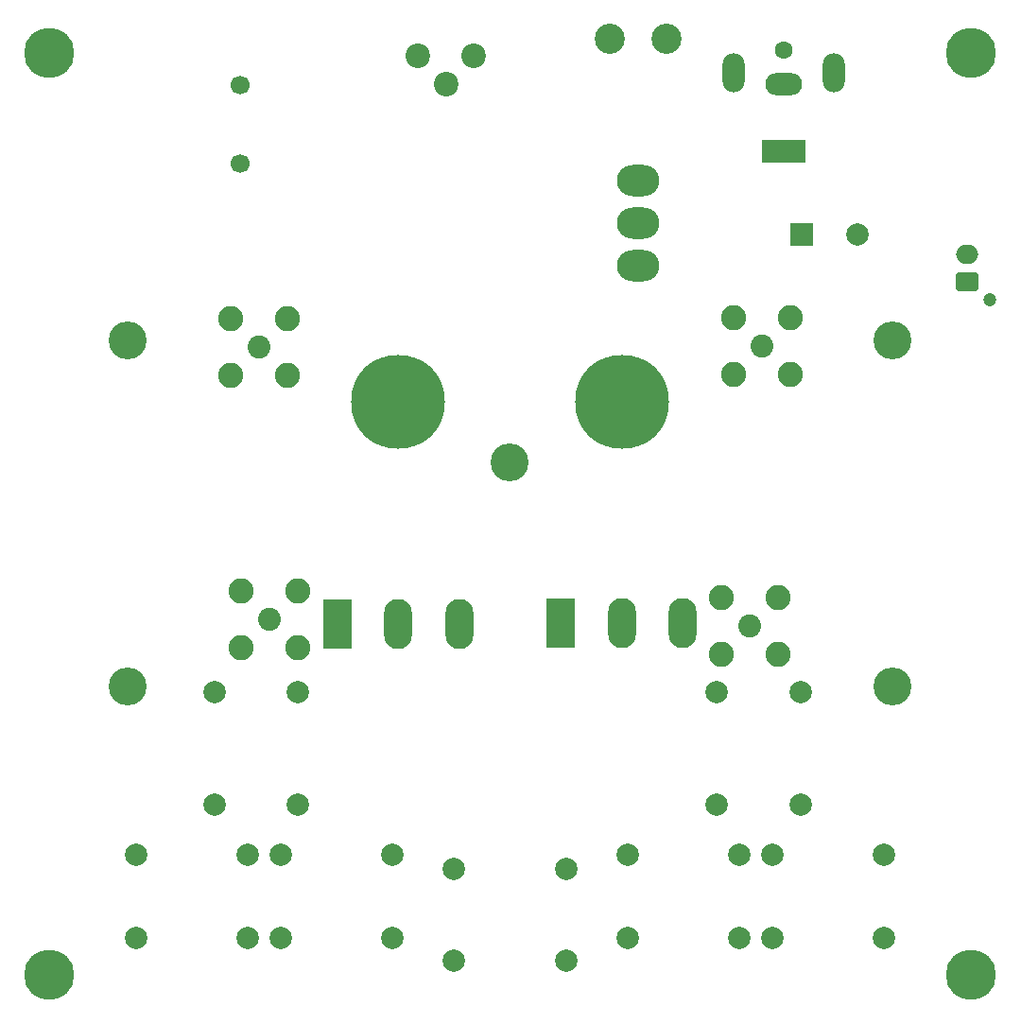
<source format=gbs>
%TF.GenerationSoftware,KiCad,Pcbnew,9.0.0*%
%TF.CreationDate,2025-05-27T01:04:57-04:00*%
%TF.ProjectId,PlasmaTransformer-DualFET,506c6173-6d61-4547-9261-6e73666f726d,rev?*%
%TF.SameCoordinates,Original*%
%TF.FileFunction,Soldermask,Bot*%
%TF.FilePolarity,Negative*%
%FSLAX46Y46*%
G04 Gerber Fmt 4.6, Leading zero omitted, Abs format (unit mm)*
G04 Created by KiCad (PCBNEW 9.0.0) date 2025-05-27 01:04:58*
%MOMM*%
%LPD*%
G01*
G04 APERTURE LIST*
G04 Aperture macros list*
%AMRoundRect*
0 Rectangle with rounded corners*
0 $1 Rounding radius*
0 $2 $3 $4 $5 $6 $7 $8 $9 X,Y pos of 4 corners*
0 Add a 4 corners polygon primitive as box body*
4,1,4,$2,$3,$4,$5,$6,$7,$8,$9,$2,$3,0*
0 Add four circle primitives for the rounded corners*
1,1,$1+$1,$2,$3*
1,1,$1+$1,$4,$5*
1,1,$1+$1,$6,$7*
1,1,$1+$1,$8,$9*
0 Add four rect primitives between the rounded corners*
20,1,$1+$1,$2,$3,$4,$5,0*
20,1,$1+$1,$4,$5,$6,$7,0*
20,1,$1+$1,$6,$7,$8,$9,0*
20,1,$1+$1,$8,$9,$2,$3,0*%
G04 Aperture macros list end*
%ADD10O,2.500000X4.500000*%
%ADD11R,2.500000X4.500000*%
%ADD12C,3.600000*%
%ADD13C,2.050000*%
%ADD14C,2.250000*%
%ADD15R,2.000000X2.000000*%
%ADD16C,2.000000*%
%ADD17C,8.400000*%
%ADD18O,3.800000X2.800000*%
%ADD19C,2.700000*%
%ADD20C,1.600000*%
%ADD21R,4.000000X2.000000*%
%ADD22O,3.300000X2.000000*%
%ADD23O,2.000000X3.500000*%
%ADD24C,4.500000*%
%ADD25C,1.200000*%
%ADD26RoundRect,0.250000X0.750000X-0.600000X0.750000X0.600000X-0.750000X0.600000X-0.750000X-0.600000X0*%
%ADD27O,2.000000X1.700000*%
%ADD28C,1.700000*%
%ADD29C,2.200000*%
%ADD30C,3.400000*%
G04 APERTURE END LIST*
D10*
%TO.C,Q2*%
X95450000Y-109860000D03*
X90000000Y-109860000D03*
D11*
X84550000Y-109860000D03*
D12*
X90000000Y-90000000D03*
%TD*%
D13*
%TO.C,J10*%
X122540000Y-85000000D03*
D14*
X120000000Y-82460000D03*
X120000000Y-87540000D03*
X125080000Y-82460000D03*
X125080000Y-87540000D03*
%TD*%
D13*
%TO.C,J9*%
X77500000Y-85040000D03*
D14*
X74960000Y-82500000D03*
X74960000Y-87580000D03*
X80040000Y-82500000D03*
X80040000Y-87580000D03*
%TD*%
D13*
%TO.C,J4*%
X78460000Y-109460000D03*
D14*
X75920000Y-106920000D03*
X75920000Y-112000000D03*
X81000000Y-106920000D03*
X81000000Y-112000000D03*
%TD*%
D13*
%TO.C,J3*%
X121500000Y-110000000D03*
D14*
X118960000Y-112540000D03*
X124040000Y-112540000D03*
X118960000Y-107460000D03*
X124040000Y-107460000D03*
%TD*%
D15*
%TO.C,C2*%
X126132323Y-75000000D03*
D16*
X131132323Y-75000000D03*
%TD*%
D17*
%TO.C,H3*%
X90000000Y-90000000D03*
%TD*%
D16*
%TO.C,C23*%
X73500000Y-126000000D03*
X73500000Y-116000000D03*
%TD*%
%TO.C,C22*%
X126000000Y-126000000D03*
X126000000Y-116000000D03*
%TD*%
%TO.C,C14*%
X123500000Y-138000000D03*
X133500000Y-138000000D03*
%TD*%
%TO.C,C21*%
X81000000Y-126000000D03*
X81000000Y-116000000D03*
%TD*%
%TO.C,C20*%
X118500000Y-126000000D03*
X118500000Y-116000000D03*
%TD*%
%TO.C,C18*%
X79500000Y-138000000D03*
X89500000Y-138000000D03*
%TD*%
%TO.C,C17*%
X66500000Y-138000000D03*
X76500000Y-138000000D03*
%TD*%
%TO.C,C16*%
X79500000Y-130500000D03*
X89500000Y-130500000D03*
%TD*%
%TO.C,C15*%
X66500000Y-130500000D03*
X76500000Y-130500000D03*
%TD*%
%TO.C,C13*%
X133500000Y-130500000D03*
X123500000Y-130500000D03*
%TD*%
%TO.C,C12*%
X120500000Y-130500000D03*
X110500000Y-130500000D03*
%TD*%
%TO.C,C1*%
X120500000Y-138000000D03*
X110500000Y-138000000D03*
%TD*%
D18*
%TO.C,SW1*%
X111500000Y-70190000D03*
X111500000Y-74000000D03*
X111500000Y-77810000D03*
D19*
X114040000Y-57490000D03*
X108960000Y-57490000D03*
%TD*%
D16*
%TO.C,J12*%
X95000000Y-140000000D03*
X95000000Y-131800001D03*
%TD*%
D17*
%TO.C,H2*%
X110000000Y-90000000D03*
%TD*%
D20*
%TO.C,J1*%
X124500000Y-58500000D03*
D21*
X124500000Y-67500000D03*
D22*
X124500000Y-61500000D03*
D23*
X120000000Y-60500000D03*
X129000000Y-60500000D03*
%TD*%
D24*
%TO.C,M1*%
X58750000Y-58750000D03*
X58750000Y-141250000D03*
X141250000Y-58750000D03*
X141250000Y-141250000D03*
%TD*%
D16*
%TO.C,J11*%
X105000000Y-140000000D03*
X105000000Y-131800001D03*
%TD*%
D25*
%TO.C,J2*%
X142975000Y-80850000D03*
D26*
X140975000Y-79250000D03*
D27*
X140975000Y-76750000D03*
%TD*%
D28*
%TO.C,J8*%
X75800000Y-61600000D03*
X75800000Y-68600000D03*
%TD*%
D29*
%TO.C,RV1*%
X91750000Y-59000000D03*
X94250000Y-61500000D03*
X96750000Y-59000000D03*
%TD*%
D30*
%TO.C,HS1*%
X134250000Y-84500000D03*
X65750000Y-84500000D03*
X65750000Y-115500000D03*
X100000000Y-95400000D03*
X134250000Y-115500000D03*
%TD*%
D10*
%TO.C,Q1*%
X115450000Y-109790000D03*
X110000000Y-109790000D03*
D11*
X104550000Y-109790000D03*
D12*
X110000000Y-89930000D03*
%TD*%
M02*

</source>
